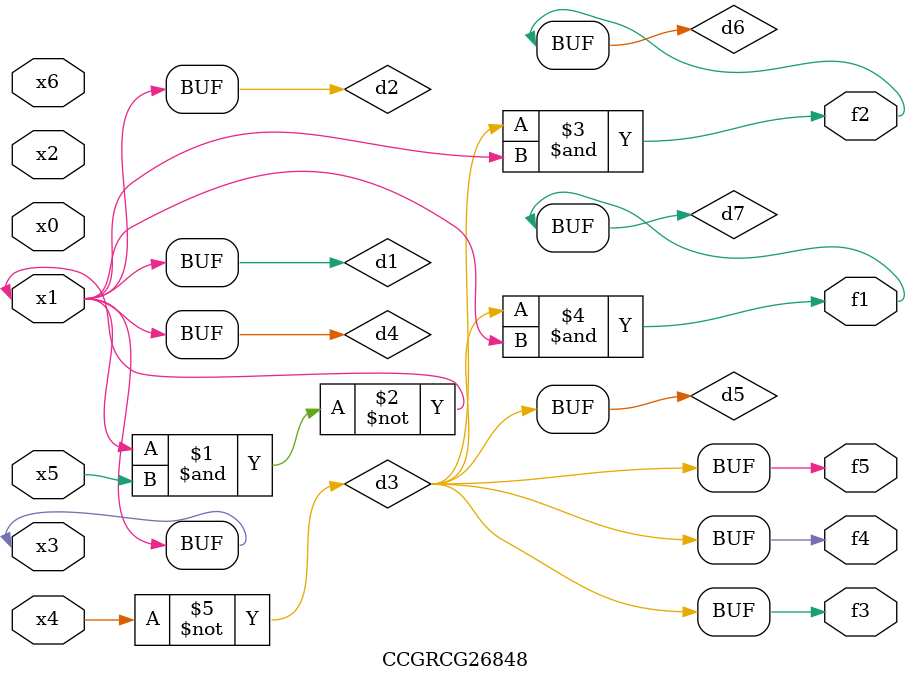
<source format=v>
module CCGRCG26848(
	input x0, x1, x2, x3, x4, x5, x6,
	output f1, f2, f3, f4, f5
);

	wire d1, d2, d3, d4, d5, d6, d7;

	buf (d1, x1, x3);
	nand (d2, x1, x5);
	not (d3, x4);
	buf (d4, d1, d2);
	buf (d5, d3);
	and (d6, d3, d4);
	and (d7, d3, d4);
	assign f1 = d7;
	assign f2 = d6;
	assign f3 = d5;
	assign f4 = d5;
	assign f5 = d5;
endmodule

</source>
